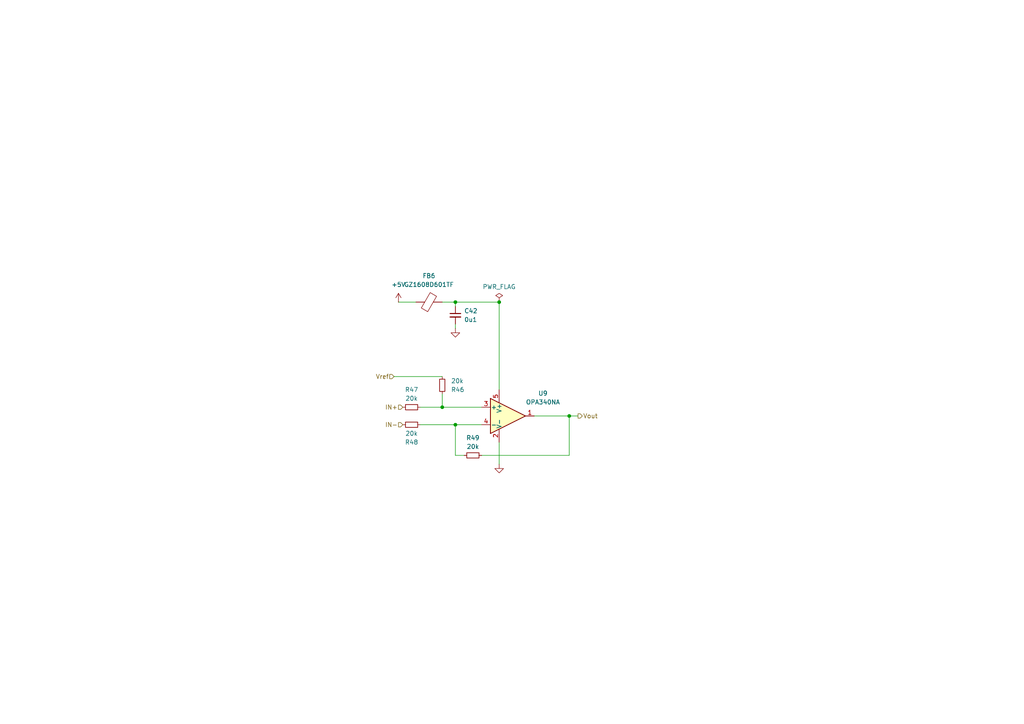
<source format=kicad_sch>
(kicad_sch (version 20231120) (generator "eeschema") (generator_version "8.0")
  (paper "A4")
  (title_block (title "INV_MainBoard_TI") (date "2025-02-19") (rev "1.0") (company "NTURacing Team") (comment 1 "郭哲明 Jack Kuo") (comment 2 "Powertrain Group"))
  (lib_symbols
    (symbol "Amplifier_Operational:OPA340NA" (pin_names (offset 0.127))
      (property "Reference" "U" (at -1.27 6.35 0))
      (property "Value" "OPA340NA" (at -1.27 3.81 0))
      (symbol "OPA340NA_0_1"
        (polyline (pts (xy -5.08 5.08) (xy 5.08 0) (xy -5.08 -5.08) (xy -5.08 5.08)) (stroke (width 0.254)) (fill (type background)))
        (pin power_in line (at -2.54 -7.62 90) (length 3.81) (name "V-") (number "2"))
        (pin power_in line (at -2.54 7.62 270) (length 3.81) (name "V+") (number "5"))
      )
      (symbol "OPA340NA_1_1"
        (pin output line (at 7.62 0 180) (length 2.54) (name "~") (number "1"))
        (pin input line (at -7.62 2.54 0) (length 2.54) (name "+") (number "3"))
        (pin input line (at -7.62 -2.54 0) (length 2.54) (name "-") (number "4"))
      )
    )
    (symbol "Device:C_Small" (pin_numbers hide) (pin_names (offset 0.254) hide)
      (property "Reference" "C" (at 0.254 1.778 0))
      (property "Value" "C_Small" (at 0.254 -2.032 0))
      (symbol "C_Small_0_1"
        (polyline (pts (xy -1.524 -0.508) (xy 1.524 -0.508)) (stroke (width 0.3302)))
        (polyline (pts (xy -1.524 0.508) (xy 1.524 0.508)) (stroke (width 0.3048)))
      )
      (symbol "C_Small_1_1"
        (pin passive line (at 0 2.54 270) (length 2.032) (name "~") (number "1"))
        (pin passive line (at 0 -2.54 90) (length 2.032) (name "~") (number "2"))
      )
    )
    (symbol "Device:FerriteBead" (pin_numbers hide) (pin_names (offset 0))
      (property "Reference" "FB" (at -3.81 0.635 90))
      (property "Value" "FerriteBead" (at 3.81 0 90))
      (symbol "FerriteBead_0_1"
        (polyline (pts (xy 0 -1.27) (xy 0 -1.2192)))
        (polyline (pts (xy 0 1.27) (xy 0 1.2954)))
        (polyline (pts (xy -2.7686 0.4064) (xy -1.7018 2.2606) (xy 2.7686 -0.3048) (xy 1.6764 -2.159) (xy -2.7686 0.4064)))
      )
      (symbol "FerriteBead_1_1"
        (pin passive line (at 0 3.81 270) (length 2.54) (name "~") (number "1"))
        (pin passive line (at 0 -3.81 90) (length 2.54) (name "~") (number "2"))
      )
    )
    (symbol "Device:R_Small" (pin_numbers hide) (pin_names (offset 0.254) hide)
      (property "Reference" "R" (at 0.762 0.508 0))
      (property "Value" "R_Small" (at 0.762 -1.016 0))
      (symbol "R_Small_0_1"
        (rectangle (start -0.762 1.778) (end 0.762 -1.778) (stroke (width 0.2032)))
      )
      (symbol "R_Small_1_1"
        (pin passive line (at 0 2.54 270) (length 0.762) (name "~") (number "1"))
        (pin passive line (at 0 -2.54 90) (length 0.762) (name "~") (number "2"))
      )
    )
    (symbol "power:+5V" (power) (pin_numbers hide) (pin_names (offset 0) hide)
      (property "Value" "+5V" (at 0 3.556 0))
      (symbol "+5V_0_1"
        (polyline (pts (xy -0.762 1.27) (xy 0 2.54)))
        (polyline (pts (xy 0 0) (xy 0 2.54)))
        (polyline (pts (xy 0 2.54) (xy 0.762 1.27)))
      )
      (symbol "+5V_1_1"
        (pin power_in line (at 0 0 90) (length 0) (name "~") (number "1"))
      )
    )
    (symbol "power:GND" (power) (pin_numbers hide) (pin_names (offset 0) hide)
      (property "Value" "GND" (at 0 -3.81 0))
      (symbol "GND_0_1"
        (polyline (pts (xy 0 0) (xy 0 -1.27) (xy 1.27 -1.27) (xy 0 -2.54) (xy -1.27 -1.27) (xy 0 -1.27)))
      )
      (symbol "GND_1_1"
        (pin power_in line (at 0 0 270) (length 0) (name "~") (number "1"))
      )
    )
    (symbol "power:PWR_FLAG" (power) (pin_numbers hide) (pin_names (offset 0) hide)
      (property "Value" "PWR_FLAG" (at 0 3.81 0))
      (symbol "PWR_FLAG_0_0"
        (pin power_out line (at 0 0 90) (length 0) (name "~") (number "1"))
      )
      (symbol "PWR_FLAG_0_1"
        (polyline (pts (xy 0 0) (xy 0 1.27) (xy -1.016 1.905) (xy 0 2.54) (xy 1.016 1.905) (xy 0 1.27)))
      )
    )
  )
  (junction (at 144.78 87.63))
  (junction (at 128.27 118.11))
  (junction (at 165.1 120.65))
  (junction (at 132.08 123.19))
  (junction (at 132.08 87.63))
  (wire (pts (xy 139.7 132.08) (xy 165.1 132.08)))
  (wire (pts (xy 144.78 87.63) (xy 144.78 113.03)))
  (wire (pts (xy 165.1 120.65) (xy 154.94 120.65)))
  (wire (pts (xy 132.08 132.08) (xy 132.08 123.19)))
  (wire (pts (xy 134.62 132.08) (xy 132.08 132.08)))
  (wire (pts (xy 115.57 87.63) (xy 120.65 87.63)))
  (wire (pts (xy 121.92 123.19) (xy 132.08 123.19)))
  (wire (pts (xy 128.27 114.3) (xy 128.27 118.11)))
  (wire (pts (xy 139.7 123.19) (xy 132.08 123.19)))
  (wire (pts (xy 132.08 87.63) (xy 144.78 87.63)))
  (wire (pts (xy 128.27 118.11) (xy 139.7 118.11)))
  (wire (pts (xy 114.3 109.22) (xy 128.27 109.22)))
  (wire (pts (xy 132.08 88.9) (xy 132.08 87.63)))
  (wire (pts (xy 128.27 87.63) (xy 132.08 87.63)))
  (wire (pts (xy 132.08 95.25) (xy 132.08 93.98)))
  (wire (pts (xy 144.78 134.62) (xy 144.78 128.27)))
  (wire (pts (xy 121.92 118.11) (xy 128.27 118.11)))
  (wire (pts (xy 165.1 132.08) (xy 165.1 120.65)))
  (wire (pts (xy 167.64 120.65) (xy 165.1 120.65)))
  (hierarchical_label "Vout" (shape output) (at 167.64 120.65 0))
  (hierarchical_label "Vref" (shape input) (at 114.3 109.22 180))
  (hierarchical_label "IN+" (shape input) (at 116.84 118.11 180))
  (hierarchical_label "IN-" (shape input) (at 116.84 123.19 180))
  (symbol (lib_id "power:+5V") (at 115.57 87.63 0) (unit 1)
    (property "Reference" "#PWR0142" (effects (hide yes)))
    (property "Value" "+5V" (at 115.57 82.55 0))
    (property "Description" "Power symbol creates a global label with name \"+5V\"" (effects (hide yes)))
    (instances (project "INV_MainBoard_TI" (path "" (reference "#PWR0116") (unit 1)) (path "" (reference "#PWR0142") (unit 1)) (path "" (reference "#PWR0112") (unit 1)) (path "" (reference "#PWR0102") (unit 1)) (path "" (reference "#PWR0105") (unit 1))))
  )
  (symbol (lib_id "power:PWR_FLAG") (at 144.78 87.63 0) (mirror y) (unit 1)
    (property "Reference" "#FLG0108" (effects (hide yes)))
    (property "Value" "PWR_FLAG" (at 144.78 83.185 0))
    (property "Description" "Special symbol for telling ERC where power comes from" (effects (hide yes)))
    (instances (project "INV_MainBoard_TI" (path "" (reference "#FLG0104") (unit 1)) (path "" (reference "#FLG0108") (unit 1)) (path "" (reference "#FLG0103") (unit 1)) (path "" (reference "#FLG0101") (unit 1)) (path "" (reference "#FLG0102") (unit 1))))
  )
  (symbol (lib_id "Device:R_Small") (at 137.16 132.08 90) (mirror x) (unit 1)
    (property "Reference" "R37" (at 137.16 127 90))
    (property "Value" "20k" (at 137.16 129.54 90))
    (property "Footprint" "Resistor_SMD:R_0402_1005Metric" (effects (hide yes)))
    (property "Description" "Resistor, small symbol" (effects (hide yes)))
    (instances (project "INV_MainBoard_TI" (path "" (reference "R49") (unit 1)) (path "" (reference "R37") (unit 1)) (path "" (reference "R45") (unit 1)) (path "" (reference "R65") (unit 1)) (path "" (reference "R41") (unit 1))))
  )
  (symbol (lib_id "power:GND") (at 132.08 95.25 0) (unit 1)
    (property "Reference" "#PWR0135" (effects (hide yes)))
    (property "Value" "GND" (effects (hide yes)))
    (property "Description" "Power symbol creates a global label with name \"GND\" , ground" (effects (hide yes)))
    (instances (project "INV_MainBoard_TI" (path "" (reference "#PWR0114") (unit 1)) (path "" (reference "#PWR0135") (unit 1)) (path "" (reference "#PWR0110") (unit 1)) (path "" (reference "#PWR0101") (unit 1)) (path "" (reference "#PWR0104") (unit 1))))
  )
  (symbol (lib_id "Device:R_Small") (at 119.38 118.11 90) (mirror x) (unit 1)
    (property "Reference" "R35" (at 119.38 113.03 90))
    (property "Value" "20k" (at 119.38 115.57 90))
    (property "Footprint" "Resistor_SMD:R_0402_1005Metric" (effects (hide yes)))
    (property "Description" "Resistor, small symbol" (effects (hide yes)))
    (instances (project "INV_MainBoard_TI" (path "" (reference "R47") (unit 1)) (path "" (reference "R35") (unit 1)) (path "" (reference "R43") (unit 1)) (path "" (reference "R63") (unit 1)) (path "" (reference "R39") (unit 1))))
  )
  (symbol (lib_id "Device:R_Small") (at 119.38 123.19 90) (unit 1)
    (property "Reference" "R36" (at 119.38 128.27 90))
    (property "Value" "20k" (at 119.38 125.73 90))
    (property "Footprint" "Resistor_SMD:R_0402_1005Metric" (effects (hide yes)))
    (property "Description" "Resistor, small symbol" (effects (hide yes)))
    (instances (project "INV_MainBoard_TI" (path "" (reference "R48") (unit 1)) (path "" (reference "R36") (unit 1)) (path "" (reference "R44") (unit 1)) (path "" (reference "R64") (unit 1)) (path "" (reference "R40") (unit 1))))
  )
  (symbol (lib_id "Device:R_Small") (at 128.27 111.76 0) (mirror x) (unit 1)
    (property "Reference" "R34" (at 130.81 113.03 0) (effects (justify left)))
    (property "Value" "20k" (at 130.81 110.49 0) (effects (justify left)))
    (property "Footprint" "Resistor_SMD:R_0402_1005Metric" (effects (hide yes)))
    (property "Description" "Resistor, small symbol" (effects (hide yes)))
    (instances (project "INV_MainBoard_TI" (path "" (reference "R46") (unit 1)) (path "" (reference "R34") (unit 1)) (path "" (reference "R42") (unit 1)) (path "" (reference "R62") (unit 1)) (path "" (reference "R38") (unit 1))))
  )
  (symbol (lib_id "power:GND") (at 144.78 134.62 0) (unit 1)
    (property "Reference" "#PWR0144" (effects (hide yes)))
    (property "Value" "GND" (effects (hide yes)))
    (property "Description" "Power symbol creates a global label with name \"GND\" , ground" (effects (hide yes)))
    (instances (project "INV_MainBoard_TI" (path "" (reference "#PWR0117") (unit 1)) (path "" (reference "#PWR0144") (unit 1)) (path "" (reference "#PWR0113") (unit 1)) (path "" (reference "#PWR0103") (unit 1)) (path "" (reference "#PWR0108") (unit 1))))
  )
  (symbol (lib_id "Device:C_Small") (at 132.08 91.44 0) (unit 1)
    (property "Reference" "C21" (at 134.62 90.1763 0) (effects (justify left)))
    (property "Value" "0u1" (at 134.62 92.7163 0) (effects (justify left)))
    (property "Footprint" "Capacitor_SMD:C_0402_1005Metric" (effects (hide yes)))
    (property "Description" "Unpolarized capacitor, small symbol" (effects (hide yes)))
    (instances (project "INV_MainBoard_TI" (path "" (reference "C42") (unit 1)) (path "" (reference "C21") (unit 1)) (path "" (reference "C41") (unit 1)) (path "" (reference "C43") (unit 1)) (path "" (reference "C40") (unit 1))))
  )
  (symbol (lib_id "Amplifier_Operational:OPA340NA") (at 147.32 120.65 0) (unit 1)
    (property "Reference" "U3" (at 157.48 114.0927 0))
    (property "Value" "OPA340NA" (at 157.48 116.6327 0))
    (property "Footprint" "Package_TO_SOT_SMD:SOT-23-5" (effects (hide yes)))
    (property "Datasheet" "http://www.ti.com/lit/ds/symlink/opa340.pdf" (effects (hide yes)))
    (property "Description" "Single Single-Supply, Rail-to-Rail Operational Amplifier, MicroAmplifier Series, SOT-23-5" (effects (hide yes)))
    (instances (project "INV_MainBoard_TI" (path "" (reference "U9") (unit 1)) (path "" (reference "U3") (unit 1)) (path "" (reference "U8") (unit 1)) (path "" (reference "U14") (unit 1)) (path "" (reference "U7") (unit 1))))
  )
  (symbol (lib_id "Device:FerriteBead") (at 124.46 87.63 90) (unit 1)
    (property "Reference" "FB3" (at 124.4092 80.01 90))
    (property "Value" "GZ1608D601TF" (at 124.4092 82.55 90))
    (property "Footprint" "Capacitor_SMD:C_0603_1608Metric" (effects (hide yes)))
    (property "Description" "Ferrite bead" (effects (hide yes)))
    (instances (project "INV_MainBoard_TI" (path "" (reference "FB6") (unit 1)) (path "" (reference "FB3") (unit 1)) (path "" (reference "FB5") (unit 1)) (path "" (reference "FB13") (unit 1)) (path "" (reference "FB4") (unit 1))))
  )
)
</source>
